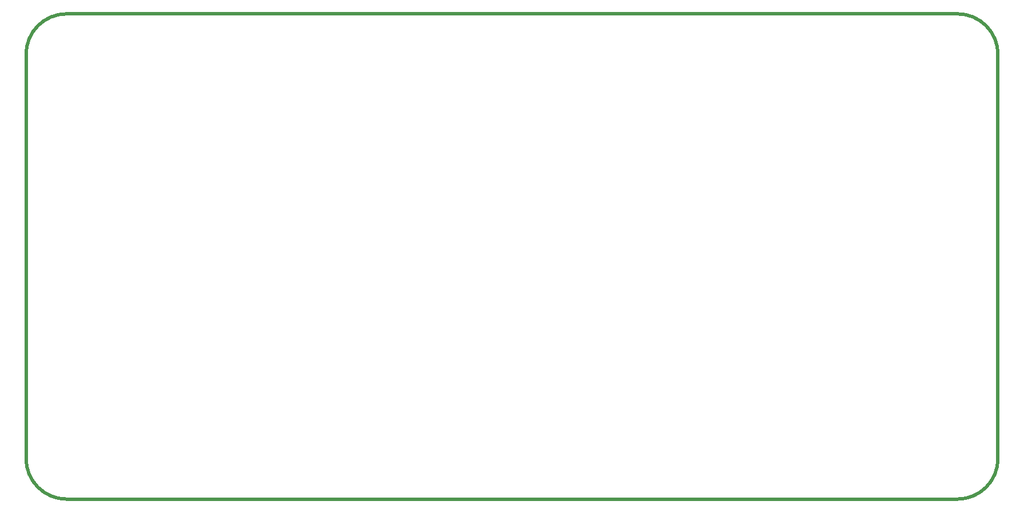
<source format=gbr>
%TF.GenerationSoftware,Altium Limited,Altium Designer,19.0.15 (446)*%
G04 Layer_Color=16711935*
%FSLAX45Y45*%
%MOMM*%
%TF.FileFunction,Other,Mechanical_1*%
%TF.Part,Single*%
G01*
G75*
%TA.AperFunction,NonConductor*%
%ADD123C,0.50000*%
D123*
X25000Y625001D02*
G03*
X625000Y25000I600000J-1D01*
G01*
X13825000D02*
G03*
X14425000Y625000I0J600000D01*
G01*
Y6625000D02*
G03*
X13825000Y7225000I-600000J0D01*
G01*
X625000D02*
G03*
X25000Y6625000I0J-600000D01*
G01*
X25000Y625001D02*
Y6625000D01*
X625000Y25000D02*
X13825000D01*
X14425000Y625000D02*
Y6625000D01*
X625000Y7225000D02*
X13825000D01*
%TF.MD5,46d92213a1f3691a268dce0264fef14e*%
M02*

</source>
